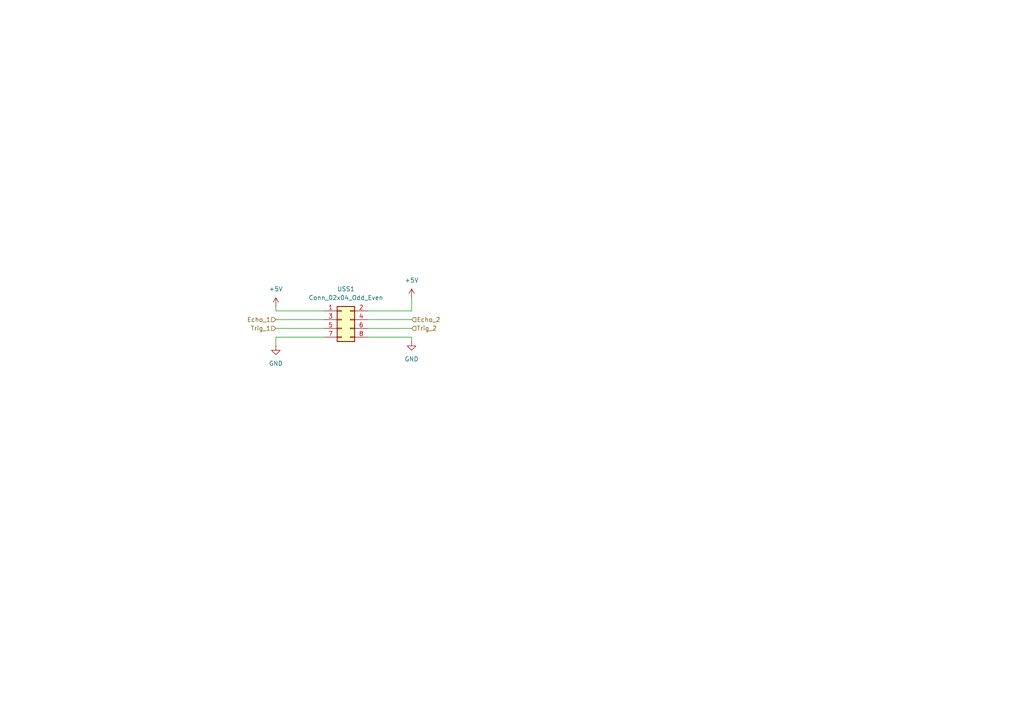
<source format=kicad_sch>
(kicad_sch (version 20231120) (generator "eeschema") (generator_version "8.0")
  (paper "A4")
  (lib_symbols
    (symbol "Connector_Generic:Conn_02x04_Odd_Even" (pin_names (offset 1.016) hide)
      (property "Reference" "J" (at 1.27 5.08 0))
      (property "Value" "Conn_02x04_Odd_Even" (at 1.27 -7.62 0))
      (symbol "Conn_02x04_Odd_Even_1_1"
        (rectangle (start -1.27 -4.953) (end 0 -5.207) (stroke (width 0.1524)))
        (rectangle (start -1.27 -2.413) (end 0 -2.667) (stroke (width 0.1524)))
        (rectangle (start -1.27 0.127) (end 0 -0.127) (stroke (width 0.1524)))
        (rectangle (start -1.27 2.667) (end 0 2.413) (stroke (width 0.1524)))
        (rectangle (start -1.27 3.81) (end 3.81 -6.35) (stroke (width 0.254)) (fill (type background)))
        (rectangle (start 3.81 -4.953) (end 2.54 -5.207) (stroke (width 0.1524)))
        (rectangle (start 3.81 -2.413) (end 2.54 -2.667) (stroke (width 0.1524)))
        (rectangle (start 3.81 0.127) (end 2.54 -0.127) (stroke (width 0.1524)))
        (rectangle (start 3.81 2.667) (end 2.54 2.413) (stroke (width 0.1524)))
        (pin passive line (at -5.08 2.54 0) (length 3.81) (name "Pin_1") (number "1"))
        (pin passive line (at 7.62 2.54 180) (length 3.81) (name "Pin_2") (number "2"))
        (pin passive line (at -5.08 0 0) (length 3.81) (name "Pin_3") (number "3"))
        (pin passive line (at 7.62 0 180) (length 3.81) (name "Pin_4") (number "4"))
        (pin passive line (at -5.08 -2.54 0) (length 3.81) (name "Pin_5") (number "5"))
        (pin passive line (at 7.62 -2.54 180) (length 3.81) (name "Pin_6") (number "6"))
        (pin passive line (at -5.08 -5.08 0) (length 3.81) (name "Pin_7") (number "7"))
        (pin passive line (at 7.62 -5.08 180) (length 3.81) (name "Pin_8") (number "8"))
      )
    )
    (symbol "power:+5V" (power) (pin_numbers hide) (pin_names (offset 0) hide)
      (property "Value" "+5V" (at 0 3.556 0))
      (symbol "+5V_0_1"
        (polyline (pts (xy -0.762 1.27) (xy 0 2.54)))
        (polyline (pts (xy 0 0) (xy 0 2.54)))
        (polyline (pts (xy 0 2.54) (xy 0.762 1.27)))
      )
      (symbol "+5V_1_1"
        (pin power_in line (at 0 0 90) (length 0) (name "~") (number "1"))
      )
    )
    (symbol "power:GND" (power) (pin_numbers hide) (pin_names (offset 0) hide)
      (property "Value" "GND" (at 0 -3.81 0))
      (symbol "GND_0_1"
        (polyline (pts (xy 0 0) (xy 0 -1.27) (xy 1.27 -1.27) (xy 0 -2.54) (xy -1.27 -1.27) (xy 0 -1.27)))
      )
      (symbol "GND_1_1"
        (pin power_in line (at 0 0 270) (length 0) (name "~") (number "1"))
      )
    )
  )
  (wire (pts (xy 80.01 88.9) (xy 80.01 90.17)))
  (wire (pts (xy 106.68 97.79) (xy 119.38 97.79)))
  (wire (pts (xy 93.98 92.71) (xy 80.01 92.71)))
  (wire (pts (xy 93.98 97.79) (xy 80.01 97.79)))
  (wire (pts (xy 119.38 97.79) (xy 119.38 99.06)))
  (wire (pts (xy 106.68 95.25) (xy 119.38 95.25)))
  (wire (pts (xy 93.98 95.25) (xy 80.01 95.25)))
  (wire (pts (xy 106.68 90.17) (xy 119.38 90.17)))
  (wire (pts (xy 106.68 92.71) (xy 119.38 92.71)))
  (wire (pts (xy 119.38 86.36) (xy 119.38 90.17)))
  (wire (pts (xy 93.98 90.17) (xy 80.01 90.17)))
  (wire (pts (xy 80.01 97.79) (xy 80.01 100.33)))
  (hierarchical_label "Trig_1" (shape input) (at 80.01 95.25 180))
  (hierarchical_label "Echo_2" (shape input) (at 119.38 92.71 0))
  (hierarchical_label "Trig_2" (shape input) (at 119.38 95.25 0))
  (hierarchical_label "Echo_1" (shape input) (at 80.01 92.71 180))
  (symbol (lib_id "power:+5V") (at 119.38 86.36 0) (unit 1)
    (property "Reference" "#PWR023" (effects (hide yes)))
    (property "Value" "+5V" (at 119.38 81.28 0))
    (property "Description" "Power symbol creates a global label with name \"+5V\"" (effects (hide yes)))
  )
  (symbol (lib_id "power:GND") (at 119.38 99.06 0) (unit 1)
    (property "Reference" "#PWR024" (effects (hide yes)))
    (property "Value" "GND" (at 119.38 104.14 0))
    (property "Description" "Power symbol creates a global label with name \"GND\" , ground" (effects (hide yes)))
  )
  (symbol (lib_id "power:GND") (at 80.01 100.33 0) (unit 1)
    (property "Reference" "#PWR048" (effects (hide yes)))
    (property "Value" "GND" (at 80.01 105.41 0))
    (property "Description" "Power symbol creates a global label with name \"GND\" , ground" (effects (hide yes)))
  )
  (symbol (lib_id "power:+5V") (at 80.01 88.9 0) (unit 1)
    (property "Reference" "#PWR042" (effects (hide yes)))
    (property "Value" "+5V" (at 80.01 83.82 0))
    (property "Description" "Power symbol creates a global label with name \"+5V\"" (effects (hide yes)))
  )
  (symbol (lib_id "Connector_Generic:Conn_02x04_Odd_Even") (at 99.06 92.71 0) (unit 1) (in_bom no)
    (property "Reference" "USS1" (at 100.33 83.82 0))
    (property "Value" "Conn_02x04_Odd_Even" (at 100.33 86.36 0))
    (property "Footprint" "Connector_PinHeader_2.54mm:PinHeader_2x04_P2.54mm_Horizontal" (effects (hide yes)))
    (property "Description" "Generic connector, double row, 02x04, odd/even pin numbering scheme (row 1 odd numbers, row 2 even numbers), script generated (kicad-library-utils/schlib/autogen/connector/)" (effects (hide yes)))
  )
)
</source>
